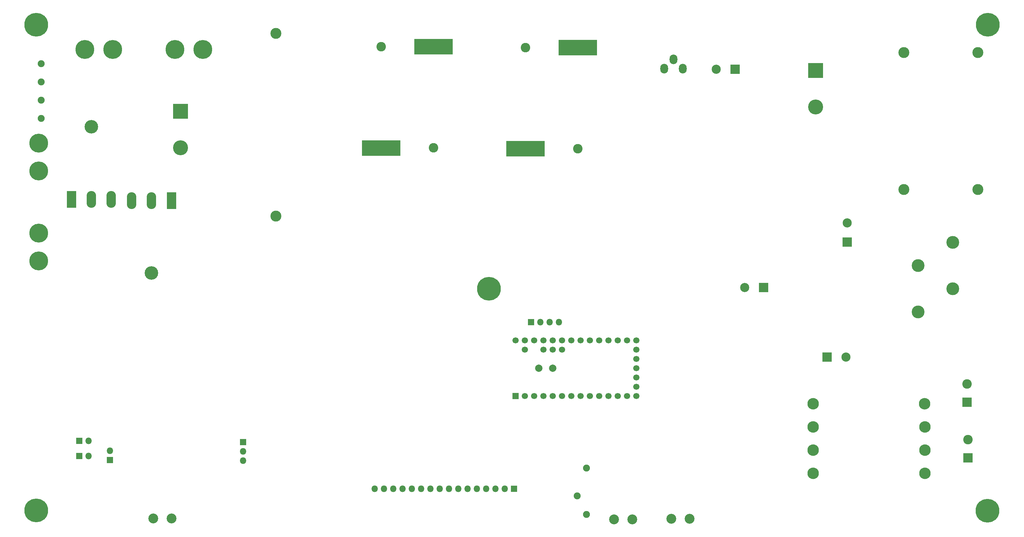
<source format=gbr>
G04 #@! TF.GenerationSoftware,KiCad,Pcbnew,5.1.6-c6e7f7d~87~ubuntu18.04.1*
G04 #@! TF.CreationDate,2020-08-24T14:21:44+10:00*
G04 #@! TF.ProjectId,GridTiedBatteryBoostConverter,47726964-5469-4656-9442-617474657279,rev?*
G04 #@! TF.SameCoordinates,Original*
G04 #@! TF.FileFunction,Soldermask,Bot*
G04 #@! TF.FilePolarity,Negative*
%FSLAX46Y46*%
G04 Gerber Fmt 4.6, Leading zero omitted, Abs format (unit mm)*
G04 Created by KiCad (PCBNEW 5.1.6-c6e7f7d~87~ubuntu18.04.1) date 2020-08-24 14:21:44*
%MOMM*%
%LPD*%
G01*
G04 APERTURE LIST*
%ADD10C,1.903400*%
%ADD11R,10.600000X4.200000*%
%ADD12C,2.600000*%
%ADD13C,3.148000*%
%ADD14O,2.132000X2.640000*%
%ADD15C,2.700000*%
%ADD16C,6.500000*%
%ADD17C,2.000000*%
%ADD18R,1.700000X1.700000*%
%ADD19C,1.700000*%
%ADD20C,3.000000*%
%ADD21C,2.500000*%
%ADD22R,2.500000X2.500000*%
%ADD23C,5.180000*%
%ADD24C,3.500000*%
%ADD25R,2.600000X2.600000*%
%ADD26C,1.900000*%
%ADD27R,1.800000X1.800000*%
%ADD28O,1.800000X1.800000*%
%ADD29O,2.600000X4.600000*%
%ADD30R,2.600000X4.600000*%
%ADD31O,3.700000X3.700000*%
%ADD32R,4.100000X4.100000*%
%ADD33C,4.100000*%
G04 APERTURE END LIST*
D10*
X19350000Y-30150000D03*
X19350000Y-35150000D03*
X19350000Y-40150000D03*
X19350000Y-45150001D03*
D11*
X126650000Y-25550000D03*
X112350000Y-53250000D03*
D12*
X112350000Y-25550000D03*
X126650000Y-53220000D03*
D11*
X166050000Y-25750000D03*
X151750000Y-53450000D03*
D12*
X151750000Y-25750000D03*
X166050000Y-53420000D03*
D13*
X230444600Y-123300000D03*
X230444600Y-129624600D03*
X230444600Y-136050800D03*
X230444600Y-142350000D03*
X260924600Y-123300000D03*
X260950000Y-129650000D03*
X260975400Y-136000000D03*
X260950000Y-142350000D03*
D14*
X194740000Y-31500000D03*
X192200000Y-29000000D03*
X189660000Y-31500000D03*
D15*
X196600000Y-154800000D03*
X191600000Y-154800000D03*
X181000000Y-154950000D03*
X176000000Y-154950000D03*
X55000000Y-154700000D03*
X50000000Y-154700000D03*
D16*
X141750000Y-91800000D03*
X278150000Y-19500000D03*
X278050000Y-152600000D03*
X18000000Y-19500000D03*
X18000000Y-152500000D03*
D17*
X155440000Y-113600000D03*
X159250000Y-113600000D03*
D18*
X149090000Y-121220000D03*
D19*
X151630000Y-121220000D03*
X154170000Y-121220000D03*
X156710000Y-121220000D03*
X159250000Y-121220000D03*
X161790000Y-121220000D03*
X164330000Y-121220000D03*
X166870000Y-121220000D03*
X169410000Y-121220000D03*
X171950000Y-121220000D03*
X174490000Y-121220000D03*
X177030000Y-121220000D03*
X179570000Y-121220000D03*
X161790000Y-108520000D03*
X159250000Y-108520000D03*
X156710000Y-108520000D03*
X151630000Y-108520000D03*
X149090000Y-105980000D03*
X151630000Y-105980000D03*
X154170000Y-105980000D03*
X156710000Y-105980000D03*
X159250000Y-105980000D03*
X161790000Y-105980000D03*
X164330000Y-105980000D03*
X166870000Y-105980000D03*
X169410000Y-105980000D03*
X171950000Y-105980000D03*
X174490000Y-105980000D03*
X177030000Y-105980000D03*
X179570000Y-105980000D03*
X182110000Y-121220000D03*
X182110000Y-118680000D03*
X182110000Y-116140000D03*
X182110000Y-105980000D03*
X182110000Y-108520000D03*
X182110000Y-111060000D03*
X182110000Y-113600000D03*
D20*
X83500000Y-71900000D03*
X83500000Y-21900000D03*
X275500000Y-27100000D03*
X275500000Y-64600000D03*
X255200000Y-64600000D03*
X255200000Y-27100000D03*
D21*
X203900000Y-31700000D03*
D22*
X209100000Y-31700000D03*
D21*
X239700000Y-73800000D03*
D22*
X239700000Y-79000000D03*
D21*
X211700000Y-91500000D03*
D22*
X216900000Y-91500000D03*
D21*
X239400000Y-110500000D03*
D22*
X234200000Y-110500000D03*
D23*
X55938000Y-26300000D03*
X63558000Y-26300000D03*
X38920000Y-26300000D03*
X31300000Y-26300000D03*
D24*
X259100000Y-98150000D03*
X268600000Y-91800000D03*
X259100000Y-85450000D03*
X268600000Y-79100000D03*
D12*
X272500000Y-117900000D03*
D25*
X272500000Y-122900000D03*
D26*
X168400000Y-140900000D03*
X165860000Y-148520000D03*
X168400000Y-153600000D03*
D27*
X148600000Y-146600000D03*
D28*
X146060000Y-146600000D03*
X143520000Y-146600000D03*
X140980000Y-146600000D03*
X138440000Y-146600000D03*
X135900000Y-146600000D03*
X133360000Y-146600000D03*
X130820000Y-146600000D03*
X128280000Y-146600000D03*
X125740000Y-146600000D03*
X123200000Y-146600000D03*
X120660000Y-146600000D03*
X118120000Y-146600000D03*
X115580000Y-146600000D03*
X113040000Y-146600000D03*
X110500000Y-146600000D03*
X74550000Y-138850000D03*
X74550000Y-136310000D03*
D27*
X74550000Y-133770000D03*
D28*
X32340000Y-137600000D03*
D27*
X29800000Y-137600000D03*
D28*
X32340000Y-133500000D03*
D27*
X29800000Y-133500000D03*
X38100000Y-138700000D03*
D28*
X38100000Y-136160000D03*
X160920000Y-101000000D03*
X158380000Y-101000000D03*
X155840000Y-101000000D03*
D27*
X153300000Y-101000000D03*
D29*
X38500000Y-67350000D03*
X33050000Y-67350000D03*
D30*
X27600000Y-67350000D03*
D31*
X33050000Y-47490000D03*
X49500000Y-87510000D03*
D30*
X54950000Y-67650000D03*
D29*
X49500000Y-67650000D03*
X44050000Y-67650000D03*
D32*
X57450000Y-43200000D03*
D33*
X57450000Y-53200000D03*
D32*
X231100000Y-32000000D03*
D33*
X231100000Y-42000000D03*
D23*
X18700000Y-51950000D03*
X18700000Y-59570000D03*
X18700000Y-84208000D03*
X18700000Y-76588000D03*
D25*
X272750000Y-138150000D03*
D12*
X272750000Y-133150000D03*
M02*

</source>
